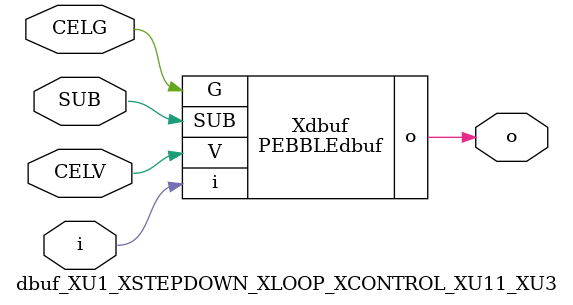
<source format=v>



module PEBBLEdbuf ( o, G, SUB, V, i );

  input V;
  input i;
  input G;
  output o;
  input SUB;
endmodule

//Celera Confidential Do Not Copy dbuf_XU1_XSTEPDOWN_XLOOP_XCONTROL_XU11_XU3
//Celera Confidential Symbol Generator
//Digital Buffer
module dbuf_XU1_XSTEPDOWN_XLOOP_XCONTROL_XU11_XU3 (CELV,CELG,i,o,SUB);
input CELV;
input CELG;
input i;
input SUB;
output o;

//Celera Confidential Do Not Copy dbuf
PEBBLEdbuf Xdbuf(
.V (CELV),
.i (i),
.o (o),
.SUB (SUB),
.G (CELG)
);
//,diesize,PEBBLEdbuf

//Celera Confidential Do Not Copy Module End
//Celera Schematic Generator
endmodule

</source>
